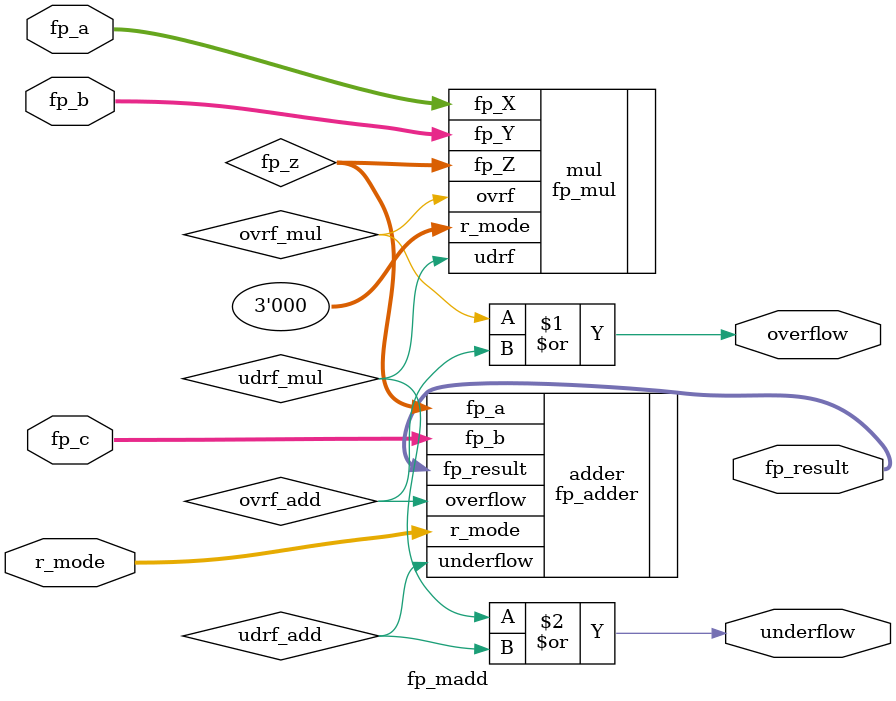
<source format=sv>
/****************************************************************************************
 * Archivo       : fp_madd.sv
 * Proyecto      : Unidad en punto flotante estandar IEEE 754
 * Autor         : Samuel Cabrera A
 * Fecha         : 1S 2025
 * Descripción   : Implementa la operación de multiplicación y suma en punto flotante
 *                 bajo el estándar IEEE 754, también conocida como FMA (Fused Multiply-Add): (A × B) + C
 * Instancias    : fp_alu, fp_madd
 ****************************************************************************************/
 

module fp_madd (

    input  logic [31:0] fp_a,        // Operando A en IEEE 754 
    input  logic [31:0] fp_b,        // Operando B en IEEE 754 
    input  logic [31:0] fp_c,        // Operando C en IEEE 754 
    input  logic [2:0]  r_mode,      // Modo de redondeo IEEE 754

    output logic [31:0] fp_result,   // Resultado final redondeado
    output logic        overflow,    // Bandera de overflow
    output logic        underflow    // Bandera underflow
);

    logic [31:0]    fp_z;
    logic           ovrf_mul, ovrf_add;
    logic           udrf_mul, udrf_add;

    ////////////////////////////////
    // Etapa 1: multiplicación A * B
    ////////////////////////////////
    fp_mul mul (
        .r_mode (3'b000), //RNE, mantener la mayor precisión con el menor redondeo intermedio posible
        .fp_X   (fp_a),
        .fp_Y   (fp_b),
        .fp_Z   (fp_z),
        .ovrf   (ovrf_mul),
        .udrf   (udrf_mul)
    );  

    ////////////////////////////////
    // Etapa 2: suma con C
    ////////////////////////////////
    fp_adder adder (
        .fp_a      (fp_z),
        .fp_b      (fp_c),
        .r_mode    (r_mode),
        .fp_result (fp_result),
        .overflow  (ovrf_add),
        .underflow (udrf_add)
    );

    assign overflow  = ovrf_mul | ovrf_add;
    assign underflow = udrf_mul | udrf_add;

endmodule
</source>
